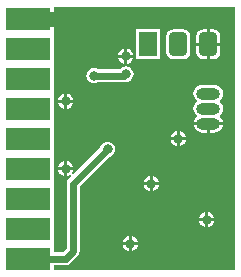
<source format=gbl>
G04 Layer_Physical_Order=2*
G04 Layer_Color=11436288*
%FSLAX25Y25*%
%MOIN*%
G70*
G01*
G75*
%ADD14R,0.15000X0.07600*%
%ADD15C,0.02400*%
%ADD16C,0.03200*%
%ADD17R,0.06000X0.08000*%
G04:AMPARAMS|DCode=18|XSize=60mil|YSize=80mil|CornerRadius=15mil|HoleSize=0mil|Usage=FLASHONLY|Rotation=0.000|XOffset=0mil|YOffset=0mil|HoleType=Round|Shape=RoundedRectangle|*
%AMROUNDEDRECTD18*
21,1,0.06000,0.05000,0,0,0.0*
21,1,0.03000,0.08000,0,0,0.0*
1,1,0.03000,0.01500,-0.02500*
1,1,0.03000,-0.01500,-0.02500*
1,1,0.03000,-0.01500,0.02500*
1,1,0.03000,0.01500,0.02500*
%
%ADD18ROUNDEDRECTD18*%
%ADD19O,0.07874X0.03937*%
%ADD20O,0.07874X0.03937*%
%ADD21C,0.03150*%
%ADD22C,0.05000*%
G36*
X78929Y1071D02*
X18500D01*
Y2757D01*
X22500D01*
X23358Y2928D01*
X24086Y3414D01*
X26586Y5914D01*
X27072Y6642D01*
X27243Y7500D01*
Y29071D01*
X37099Y38927D01*
X37109Y38928D01*
X37736Y39188D01*
X38273Y39601D01*
X38686Y40139D01*
X38945Y40765D01*
X39034Y41437D01*
X38945Y42109D01*
X38686Y42735D01*
X38273Y43273D01*
X37736Y43686D01*
X37109Y43946D01*
X36437Y44034D01*
X35765Y43946D01*
X35138Y43686D01*
X34601Y43273D01*
X34188Y42735D01*
X33928Y42109D01*
X33927Y42099D01*
X24885Y33057D01*
X24508Y33387D01*
X24749Y33702D01*
X25008Y34328D01*
X25031Y34500D01*
X23000D01*
Y32469D01*
X23172Y32491D01*
X23799Y32751D01*
X24113Y32992D01*
X24443Y32615D01*
X23414Y31586D01*
X22928Y30858D01*
X22757Y30000D01*
Y8429D01*
X21571Y7243D01*
X18854D01*
X18500Y7597D01*
Y9700D01*
X18500Y9800D01*
Y10000D01*
Y10200D01*
X18500Y10300D01*
Y19700D01*
X18500Y19800D01*
Y20000D01*
Y20200D01*
X18500Y20300D01*
Y29700D01*
X18500Y29800D01*
Y30000D01*
Y30200D01*
X18500Y30300D01*
Y39700D01*
X18500Y39800D01*
Y40000D01*
Y40200D01*
X18500Y40300D01*
Y49700D01*
X18500Y49800D01*
Y50000D01*
Y50200D01*
X18500Y50300D01*
Y59700D01*
X18500Y59800D01*
Y60000D01*
Y60200D01*
X18500Y60300D01*
Y69700D01*
X18500Y69800D01*
Y70000D01*
Y70200D01*
X18500Y70300D01*
Y79700D01*
X18500Y79800D01*
Y80000D01*
Y80200D01*
X18500Y80300D01*
Y84500D01*
X10000D01*
Y85500D01*
X18500D01*
Y88929D01*
X78929D01*
Y1071D01*
D02*
G37*
%LPC*%
G36*
X51500Y32531D02*
Y30500D01*
X53531D01*
X53509Y30672D01*
X53249Y31299D01*
X52836Y31836D01*
X52298Y32249D01*
X51672Y32509D01*
X51500Y32531D01*
D02*
G37*
G36*
X22000Y34500D02*
X19969D01*
X19992Y34328D01*
X20251Y33702D01*
X20664Y33164D01*
X21202Y32751D01*
X21828Y32491D01*
X22000Y32469D01*
Y34500D01*
D02*
G37*
G36*
X53531Y29500D02*
X51500D01*
Y27469D01*
X51672Y27492D01*
X52298Y27751D01*
X52836Y28164D01*
X53249Y28701D01*
X53509Y29328D01*
X53531Y29500D01*
D02*
G37*
G36*
X50500Y32531D02*
X50328Y32509D01*
X49701Y32249D01*
X49164Y31836D01*
X48751Y31299D01*
X48491Y30672D01*
X48469Y30500D01*
X50500D01*
Y32531D01*
D02*
G37*
G36*
X22000Y37531D02*
X21828Y37508D01*
X21202Y37249D01*
X20664Y36836D01*
X20251Y36298D01*
X19992Y35672D01*
X19969Y35500D01*
X22000D01*
Y37531D01*
D02*
G37*
G36*
X62531Y44500D02*
X60500D01*
Y42469D01*
X60672Y42491D01*
X61299Y42751D01*
X61836Y43164D01*
X62249Y43701D01*
X62508Y44328D01*
X62531Y44500D01*
D02*
G37*
G36*
X59500Y47531D02*
X59328Y47508D01*
X58701Y47249D01*
X58164Y46836D01*
X57751Y46299D01*
X57491Y45672D01*
X57469Y45500D01*
X59500D01*
Y47531D01*
D02*
G37*
G36*
X23000Y37531D02*
Y35500D01*
X25031D01*
X25008Y35672D01*
X24749Y36298D01*
X24336Y36836D01*
X23799Y37249D01*
X23172Y37508D01*
X23000Y37531D01*
D02*
G37*
G36*
X59500Y44500D02*
X57469D01*
X57491Y44328D01*
X57751Y43701D01*
X58164Y43164D01*
X58701Y42751D01*
X59328Y42491D01*
X59500Y42469D01*
Y44500D01*
D02*
G37*
G36*
X43500Y12531D02*
X43328Y12508D01*
X42702Y12249D01*
X42164Y11836D01*
X41751Y11299D01*
X41491Y10672D01*
X41469Y10500D01*
X43500D01*
Y12531D01*
D02*
G37*
G36*
X44500D02*
Y10500D01*
X46531D01*
X46508Y10672D01*
X46249Y11299D01*
X45836Y11836D01*
X45298Y12249D01*
X44672Y12508D01*
X44500Y12531D01*
D02*
G37*
G36*
X43500Y9500D02*
X41469D01*
X41491Y9328D01*
X41751Y8702D01*
X42164Y8164D01*
X42702Y7751D01*
X43328Y7491D01*
X43500Y7469D01*
Y9500D01*
D02*
G37*
G36*
X46531D02*
X44500D01*
Y7469D01*
X44672Y7491D01*
X45298Y7751D01*
X45836Y8164D01*
X46249Y8702D01*
X46508Y9328D01*
X46531Y9500D01*
D02*
G37*
G36*
X69000Y17500D02*
X66969D01*
X66992Y17328D01*
X67251Y16702D01*
X67664Y16164D01*
X68202Y15751D01*
X68828Y15492D01*
X69000Y15469D01*
Y17500D01*
D02*
G37*
G36*
X70000Y20531D02*
Y18500D01*
X72031D01*
X72009Y18672D01*
X71749Y19298D01*
X71336Y19836D01*
X70798Y20249D01*
X70172Y20508D01*
X70000Y20531D01*
D02*
G37*
G36*
X50500Y29500D02*
X48469D01*
X48491Y29328D01*
X48751Y28701D01*
X49164Y28164D01*
X49701Y27751D01*
X50328Y27492D01*
X50500Y27469D01*
Y29500D01*
D02*
G37*
G36*
X72031Y17500D02*
X70000D01*
Y15469D01*
X70172Y15492D01*
X70798Y15751D01*
X71336Y16164D01*
X71749Y16702D01*
X72009Y17328D01*
X72031Y17500D01*
D02*
G37*
G36*
X69000Y20531D02*
X68828Y20508D01*
X68202Y20249D01*
X67664Y19836D01*
X67251Y19298D01*
X66992Y18672D01*
X66969Y18500D01*
X69000D01*
Y20531D01*
D02*
G37*
G36*
X69500Y76000D02*
X65951D01*
Y74000D01*
X66145Y73024D01*
X66698Y72198D01*
X67524Y71645D01*
X68500Y71451D01*
X69500D01*
Y76000D01*
D02*
G37*
G36*
X74049D02*
X70500D01*
Y71451D01*
X71500D01*
X72475Y71645D01*
X73302Y72198D01*
X73855Y73024D01*
X74049Y74000D01*
Y76000D01*
D02*
G37*
G36*
X45031Y72000D02*
X43000D01*
Y69969D01*
X43172Y69991D01*
X43799Y70251D01*
X44336Y70664D01*
X44749Y71201D01*
X45009Y71828D01*
X45031Y72000D01*
D02*
G37*
G36*
X61500Y81549D02*
X58500D01*
X57525Y81355D01*
X56698Y80802D01*
X56145Y79975D01*
X55951Y79000D01*
Y74000D01*
X56145Y73024D01*
X56698Y72198D01*
X57525Y71645D01*
X58500Y71451D01*
X61500D01*
X62476Y71645D01*
X63302Y72198D01*
X63855Y73024D01*
X64049Y74000D01*
Y79000D01*
X63855Y79975D01*
X63302Y80802D01*
X62476Y81355D01*
X61500Y81549D01*
D02*
G37*
G36*
X54000Y81500D02*
X46000D01*
Y71500D01*
X54000D01*
Y81500D01*
D02*
G37*
G36*
X69500Y81549D02*
X68500D01*
X67524Y81355D01*
X66698Y80802D01*
X66145Y79975D01*
X65951Y79000D01*
Y77000D01*
X69500D01*
Y81549D01*
D02*
G37*
G36*
X71500D02*
X70500D01*
Y77000D01*
X74049D01*
Y79000D01*
X73855Y79975D01*
X73302Y80802D01*
X72475Y81355D01*
X71500Y81549D01*
D02*
G37*
G36*
X42000Y75031D02*
X41828Y75008D01*
X41201Y74749D01*
X40664Y74336D01*
X40251Y73799D01*
X39992Y73172D01*
X39969Y73000D01*
X42000D01*
Y75031D01*
D02*
G37*
G36*
X43000D02*
Y73000D01*
X45031D01*
X45009Y73172D01*
X44749Y73799D01*
X44336Y74336D01*
X43799Y74749D01*
X43172Y75008D01*
X43000Y75031D01*
D02*
G37*
G36*
X42000Y72000D02*
X39969D01*
X39992Y71828D01*
X40251Y71201D01*
X40664Y70664D01*
X41201Y70251D01*
X41828Y69991D01*
X42000Y69969D01*
Y72000D01*
D02*
G37*
G36*
X74897Y49500D02*
X70500D01*
Y47006D01*
X71969D01*
X72743Y47108D01*
X73466Y47407D01*
X74086Y47883D01*
X74562Y48503D01*
X74861Y49225D01*
X74897Y49500D01*
D02*
G37*
G36*
X71969Y62994D02*
X68032D01*
X67257Y62892D01*
X66534Y62593D01*
X65914Y62117D01*
X65438Y61497D01*
X65139Y60775D01*
X65037Y60000D01*
X65139Y59225D01*
X65438Y58503D01*
X65914Y57883D01*
X66088Y57750D01*
Y57250D01*
X65914Y57117D01*
X65438Y56497D01*
X65139Y55775D01*
X65037Y55000D01*
X65139Y54225D01*
X65438Y53503D01*
X65914Y52883D01*
X66088Y52750D01*
Y52250D01*
X65914Y52117D01*
X65438Y51497D01*
X65139Y50775D01*
X65103Y50500D01*
X74897D01*
X74861Y50775D01*
X74562Y51497D01*
X74086Y52117D01*
X73913Y52250D01*
Y52750D01*
X74086Y52883D01*
X74562Y53503D01*
X74861Y54225D01*
X74963Y55000D01*
X74861Y55775D01*
X74562Y56497D01*
X74086Y57117D01*
X73913Y57250D01*
Y57750D01*
X74086Y57883D01*
X74562Y58503D01*
X74861Y59225D01*
X74963Y60000D01*
X74861Y60775D01*
X74562Y61497D01*
X74086Y62117D01*
X73466Y62593D01*
X72743Y62892D01*
X71969Y62994D01*
D02*
G37*
G36*
X60500Y47531D02*
Y45500D01*
X62531D01*
X62508Y45672D01*
X62249Y46299D01*
X61836Y46836D01*
X61299Y47249D01*
X60672Y47508D01*
X60500Y47531D01*
D02*
G37*
G36*
X69500Y49500D02*
X65103D01*
X65139Y49225D01*
X65438Y48503D01*
X65914Y47883D01*
X66534Y47407D01*
X67257Y47108D01*
X68032Y47006D01*
X69500D01*
Y49500D01*
D02*
G37*
G36*
X22000Y57000D02*
X19969D01*
X19992Y56828D01*
X20251Y56201D01*
X20664Y55664D01*
X21202Y55251D01*
X21828Y54992D01*
X22000Y54969D01*
Y57000D01*
D02*
G37*
G36*
X23000Y60031D02*
Y58000D01*
X25031D01*
X25008Y58172D01*
X24749Y58798D01*
X24336Y59336D01*
X23799Y59749D01*
X23172Y60009D01*
X23000Y60031D01*
D02*
G37*
G36*
X42500Y69097D02*
X41828Y69008D01*
X41201Y68749D01*
X40664Y68336D01*
X40592Y68243D01*
X33306D01*
X33299Y68249D01*
X32672Y68508D01*
X32000Y68597D01*
X31328Y68508D01*
X30702Y68249D01*
X30164Y67836D01*
X29751Y67299D01*
X29491Y66672D01*
X29403Y66000D01*
X29491Y65328D01*
X29751Y64701D01*
X30164Y64164D01*
X30702Y63751D01*
X31328Y63491D01*
X32000Y63403D01*
X32672Y63491D01*
X33299Y63751D01*
X33306Y63757D01*
X42000D01*
X42858Y63928D01*
X42900Y63956D01*
X43172Y63991D01*
X43799Y64251D01*
X44336Y64664D01*
X44749Y65201D01*
X45009Y65828D01*
X45097Y66500D01*
X45009Y67172D01*
X44749Y67799D01*
X44336Y68336D01*
X43799Y68749D01*
X43172Y69008D01*
X42500Y69097D01*
D02*
G37*
G36*
X25031Y57000D02*
X23000D01*
Y54969D01*
X23172Y54992D01*
X23799Y55251D01*
X24336Y55664D01*
X24749Y56201D01*
X25008Y56828D01*
X25031Y57000D01*
D02*
G37*
G36*
X22000Y60031D02*
X21828Y60009D01*
X21202Y59749D01*
X20664Y59336D01*
X20251Y58798D01*
X19992Y58172D01*
X19969Y58000D01*
X22000D01*
Y60031D01*
D02*
G37*
%LPD*%
D14*
X10000Y85000D02*
D03*
Y75000D02*
D03*
Y65000D02*
D03*
Y55000D02*
D03*
Y45000D02*
D03*
Y35000D02*
D03*
Y25000D02*
D03*
Y15000D02*
D03*
Y5000D02*
D03*
D15*
X32000Y66000D02*
X42000D01*
X25000Y30000D02*
X36437Y41437D01*
X25000Y7500D02*
Y30000D01*
X22500Y5000D02*
X25000Y7500D01*
X10000Y5000D02*
X22500D01*
D16*
X39000Y85000D02*
X41000Y83000D01*
D17*
X50000Y76500D02*
D03*
D18*
X60000D02*
D03*
X70000D02*
D03*
D19*
Y60000D02*
D03*
Y50000D02*
D03*
D20*
Y55000D02*
D03*
D21*
X42500Y66500D02*
D03*
X32000Y66000D02*
D03*
X42500Y72500D02*
D03*
X36437Y41437D02*
D03*
X69500Y18000D02*
D03*
X44000Y10000D02*
D03*
X51000Y30000D02*
D03*
X60000Y45000D02*
D03*
X22500Y57500D02*
D03*
Y35000D02*
D03*
D22*
X10000Y85000D02*
X39000D01*
M02*

</source>
